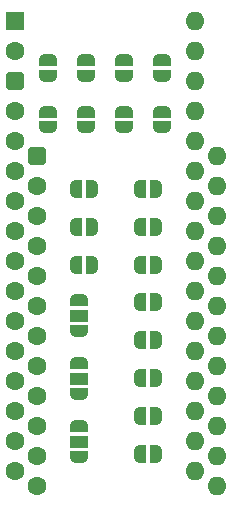
<source format=gbs>
%TF.GenerationSoftware,KiCad,Pcbnew,(6.0.1)*%
%TF.CreationDate,2022-02-10T14:07:36-05:00*%
%TF.ProjectId,23XX-Adapter,32335858-2d41-4646-9170-7465722e6b69,1*%
%TF.SameCoordinates,Original*%
%TF.FileFunction,Soldermask,Bot*%
%TF.FilePolarity,Negative*%
%FSLAX46Y46*%
G04 Gerber Fmt 4.6, Leading zero omitted, Abs format (unit mm)*
G04 Created by KiCad (PCBNEW (6.0.1)) date 2022-02-10 14:07:36*
%MOMM*%
%LPD*%
G01*
G04 APERTURE LIST*
G04 Aperture macros list*
%AMOutline5P*
0 Free polygon, 5 corners , with rotation*
0 The origin of the aperture is its center*
0 number of corners: always 5*
0 $1 to $10 corner X, Y*
0 $11 Rotation angle, in degrees counterclockwise*
0 create outline with 5 corners*
4,1,5,$1,$2,$3,$4,$5,$6,$7,$8,$9,$10,$1,$2,$11*%
%AMOutline6P*
0 Free polygon, 6 corners , with rotation*
0 The origin of the aperture is its center*
0 number of corners: always 6*
0 $1 to $12 corner X, Y*
0 $13 Rotation angle, in degrees counterclockwise*
0 create outline with 6 corners*
4,1,6,$1,$2,$3,$4,$5,$6,$7,$8,$9,$10,$11,$12,$1,$2,$13*%
%AMOutline7P*
0 Free polygon, 7 corners , with rotation*
0 The origin of the aperture is its center*
0 number of corners: always 7*
0 $1 to $14 corner X, Y*
0 $15 Rotation angle, in degrees counterclockwise*
0 create outline with 7 corners*
4,1,7,$1,$2,$3,$4,$5,$6,$7,$8,$9,$10,$11,$12,$13,$14,$1,$2,$15*%
%AMOutline8P*
0 Free polygon, 8 corners , with rotation*
0 The origin of the aperture is its center*
0 number of corners: always 8*
0 $1 to $16 corner X, Y*
0 $17 Rotation angle, in degrees counterclockwise*
0 create outline with 8 corners*
4,1,8,$1,$2,$3,$4,$5,$6,$7,$8,$9,$10,$11,$12,$13,$14,$15,$16,$1,$2,$17*%
%AMFreePoly0*
4,1,22,0.500000,-0.750000,0.000000,-0.750000,0.000000,-0.745033,-0.079941,-0.743568,-0.215256,-0.701293,-0.333266,-0.622738,-0.424486,-0.514219,-0.481581,-0.384460,-0.499164,-0.250000,-0.500000,-0.250000,-0.500000,0.250000,-0.499164,0.250000,-0.499963,0.256109,-0.478152,0.396186,-0.417904,0.524511,-0.324060,0.630769,-0.204165,0.706417,-0.067858,0.745374,0.000000,0.744959,0.000000,0.750000,
0.500000,0.750000,0.500000,-0.750000,0.500000,-0.750000,$1*%
%AMFreePoly1*
4,1,20,0.000000,0.744959,0.073905,0.744508,0.209726,0.703889,0.328688,0.626782,0.421226,0.519385,0.479903,0.390333,0.500000,0.250000,0.500000,-0.250000,0.499851,-0.262216,0.476331,-0.402017,0.414519,-0.529596,0.319384,-0.634700,0.198574,-0.708877,0.061801,-0.746166,0.000000,-0.745033,0.000000,-0.750000,-0.500000,-0.750000,-0.500000,0.750000,0.000000,0.750000,0.000000,0.744959,
0.000000,0.744959,$1*%
%AMFreePoly2*
4,1,22,0.550000,-0.750000,0.000000,-0.750000,0.000000,-0.745033,-0.079941,-0.743568,-0.215256,-0.701293,-0.333266,-0.622738,-0.424486,-0.514219,-0.481581,-0.384460,-0.499164,-0.250000,-0.500000,-0.250000,-0.500000,0.250000,-0.499164,0.250000,-0.499963,0.256109,-0.478152,0.396186,-0.417904,0.524511,-0.324060,0.630769,-0.204165,0.706417,-0.067858,0.745374,0.000000,0.744959,0.000000,0.750000,
0.550000,0.750000,0.550000,-0.750000,0.550000,-0.750000,$1*%
%AMFreePoly3*
4,1,20,0.000000,0.744959,0.073905,0.744508,0.209726,0.703889,0.328688,0.626782,0.421226,0.519385,0.479903,0.390333,0.500000,0.250000,0.500000,-0.250000,0.499851,-0.262216,0.476331,-0.402017,0.414519,-0.529596,0.319384,-0.634700,0.198574,-0.708877,0.061801,-0.746166,0.000000,-0.745033,0.000000,-0.750000,-0.550000,-0.750000,-0.550000,0.750000,0.000000,0.750000,0.000000,0.744959,
0.000000,0.744959,$1*%
G04 Aperture macros list end*
%ADD10R,1.600000X1.600000*%
%ADD11C,1.600000*%
%ADD12Outline8P,-0.800000X0.480000X-0.480000X0.800000X0.480000X0.800000X0.800000X0.480000X0.800000X-0.480000X0.480000X-0.800000X-0.480000X-0.800000X-0.800000X-0.480000X0.000000*%
%ADD13O,1.600000X1.600000*%
%ADD14FreePoly0,180.000000*%
%ADD15FreePoly1,180.000000*%
%ADD16FreePoly2,90.000000*%
%ADD17R,1.500000X1.000000*%
%ADD18FreePoly3,90.000000*%
%ADD19FreePoly0,270.000000*%
%ADD20FreePoly1,270.000000*%
%ADD21FreePoly0,90.000000*%
%ADD22FreePoly1,90.000000*%
G04 APERTURE END LIST*
D10*
X140045000Y-74375000D03*
D11*
X140045000Y-76915000D03*
D12*
X140045000Y-79455000D03*
D11*
X140045000Y-81995000D03*
X140045000Y-84535000D03*
X140045000Y-87075000D03*
X140045000Y-89615000D03*
X140045000Y-92155000D03*
X140045000Y-94695000D03*
X140045000Y-97235000D03*
X140045000Y-99775000D03*
X140045000Y-102315000D03*
X140045000Y-104855000D03*
X140045000Y-107395000D03*
X140045000Y-109935000D03*
X140045000Y-112475000D03*
D13*
X155285000Y-112475000D03*
X155285000Y-109935000D03*
X155285000Y-107395000D03*
X155285000Y-104855000D03*
X155285000Y-102315000D03*
X155285000Y-99775000D03*
X155285000Y-97235000D03*
X155285000Y-94695000D03*
X155285000Y-92155000D03*
X155285000Y-89615000D03*
X155285000Y-87075000D03*
X155285000Y-84535000D03*
X155285000Y-81995000D03*
X155285000Y-79455000D03*
X155285000Y-76915000D03*
X155285000Y-74375000D03*
D12*
X141950000Y-85805000D03*
D11*
X141950000Y-88345000D03*
X141950000Y-90885000D03*
X141950000Y-93425000D03*
X141950000Y-95965000D03*
X141950000Y-98505000D03*
X141950000Y-101045000D03*
X141950000Y-103585000D03*
X141950000Y-106125000D03*
X141950000Y-108665000D03*
X141950000Y-111205000D03*
X141950000Y-113745000D03*
D13*
X157190000Y-113745000D03*
X157190000Y-111205000D03*
X157190000Y-108665000D03*
X157190000Y-106125000D03*
X157190000Y-103585000D03*
X157190000Y-101045000D03*
X157190000Y-98505000D03*
X157190000Y-95965000D03*
X157190000Y-93425000D03*
X157190000Y-90885000D03*
X157190000Y-88345000D03*
X157190000Y-85805000D03*
D14*
X151950000Y-107800000D03*
D15*
X150650000Y-107800000D03*
D14*
X151950000Y-94960000D03*
D15*
X150650000Y-94960000D03*
D14*
X151950000Y-104590000D03*
D15*
X150650000Y-104590000D03*
D16*
X145500000Y-111242852D03*
D17*
X145500000Y-109942852D03*
D18*
X145500000Y-108642852D03*
D19*
X146038000Y-77655000D03*
D20*
X146038000Y-78955000D03*
D16*
X145500000Y-105913424D03*
D17*
X145500000Y-104613424D03*
D18*
X145500000Y-103313424D03*
D14*
X151950000Y-88540000D03*
D15*
X150650000Y-88540000D03*
D14*
X151950000Y-101380000D03*
D15*
X150650000Y-101380000D03*
D16*
X145500000Y-100583997D03*
D17*
X145500000Y-99283997D03*
D18*
X145500000Y-97983997D03*
D14*
X151950000Y-91750000D03*
D15*
X150650000Y-91750000D03*
D19*
X152514000Y-82050000D03*
D20*
X152514000Y-83350000D03*
D14*
X146550000Y-88540000D03*
D15*
X145250000Y-88540000D03*
D14*
X146550000Y-91775143D03*
D15*
X145250000Y-91775143D03*
D14*
X151950000Y-98170000D03*
D15*
X150650000Y-98170000D03*
D14*
X146550000Y-94960000D03*
D15*
X145250000Y-94960000D03*
D19*
X152514000Y-77655000D03*
D20*
X152514000Y-78955000D03*
D21*
X142800000Y-83350000D03*
D22*
X142800000Y-82050000D03*
D21*
X146038000Y-83350000D03*
D22*
X146038000Y-82050000D03*
D14*
X151950000Y-111010000D03*
D15*
X150650000Y-111010000D03*
D19*
X142800000Y-77655000D03*
D20*
X142800000Y-78955000D03*
D21*
X149276000Y-83350000D03*
D22*
X149276000Y-82050000D03*
D19*
X149276000Y-77655000D03*
D20*
X149276000Y-78955000D03*
M02*

</source>
